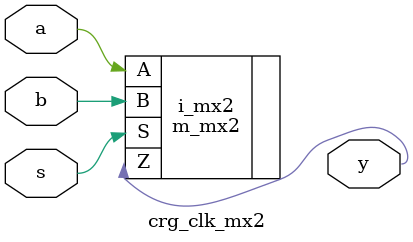
<source format=v>
module crg_clk_mx2 (a, b, s, y);
   input  a;  // Data a input
   input  b;  // Data b input
   input  s;  // Select input, '0' selects a, others selects b
   output y;  // MUX data ouput.

   wire   y;

   m_mx2 i_mx2 (
                    .A   (a),
                    .B   (b),
                    .S   (s),
                    .Z   (y)
                    );

endmodule // crg_clk_mx2

</source>
